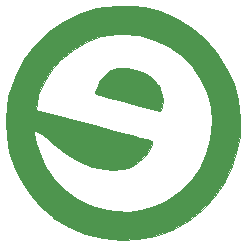
<source format=gbr>
%TF.GenerationSoftware,KiCad,Pcbnew,(5.1.8)-1*%
%TF.CreationDate,2021-12-10T09:03:27+01:00*%
%TF.ProjectId,FirePlaceFrontwall,46697265-506c-4616-9365-46726f6e7477,rev?*%
%TF.SameCoordinates,Original*%
%TF.FileFunction,Legend,Bot*%
%TF.FilePolarity,Positive*%
%FSLAX46Y46*%
G04 Gerber Fmt 4.6, Leading zero omitted, Abs format (unit mm)*
G04 Created by KiCad (PCBNEW (5.1.8)-1) date 2021-12-10 09:03:27*
%MOMM*%
%LPD*%
G01*
G04 APERTURE LIST*
%ADD10C,0.010000*%
G04 APERTURE END LIST*
D10*
%TO.C,G\u002A\u002A\u002A*%
G36*
X59064897Y-34356119D02*
G01*
X58480958Y-34575475D01*
X57939778Y-35005883D01*
X57489866Y-35604460D01*
X57351005Y-35871220D01*
X57195627Y-36223522D01*
X57103333Y-36466370D01*
X57091140Y-36534072D01*
X57217808Y-36574725D01*
X57554167Y-36670385D01*
X58064333Y-36811186D01*
X58712422Y-36987261D01*
X59462550Y-37188744D01*
X59784661Y-37274648D01*
X60574535Y-37485376D01*
X61285190Y-37675923D01*
X61878625Y-37836020D01*
X62316835Y-37955402D01*
X62561818Y-38023800D01*
X62596151Y-38034223D01*
X62724582Y-37962659D01*
X62827874Y-37714104D01*
X62831065Y-37700039D01*
X62865880Y-37089000D01*
X62749070Y-36428471D01*
X62505906Y-35851239D01*
X62467884Y-35791554D01*
X61981907Y-35265798D01*
X61323076Y-34827939D01*
X60566213Y-34509539D01*
X59786138Y-34342156D01*
X59064897Y-34356119D01*
G37*
X59064897Y-34356119D02*
X58480958Y-34575475D01*
X57939778Y-35005883D01*
X57489866Y-35604460D01*
X57351005Y-35871220D01*
X57195627Y-36223522D01*
X57103333Y-36466370D01*
X57091140Y-36534072D01*
X57217808Y-36574725D01*
X57554167Y-36670385D01*
X58064333Y-36811186D01*
X58712422Y-36987261D01*
X59462550Y-37188744D01*
X59784661Y-37274648D01*
X60574535Y-37485376D01*
X61285190Y-37675923D01*
X61878625Y-37836020D01*
X62316835Y-37955402D01*
X62561818Y-38023800D01*
X62596151Y-38034223D01*
X62724582Y-37962659D01*
X62827874Y-37714104D01*
X62831065Y-37700039D01*
X62865880Y-37089000D01*
X62749070Y-36428471D01*
X62505906Y-35851239D01*
X62467884Y-35791554D01*
X61981907Y-35265798D01*
X61323076Y-34827939D01*
X60566213Y-34509539D01*
X59786138Y-34342156D01*
X59064897Y-34356119D01*
G36*
X57952978Y-29195182D02*
G01*
X57238900Y-29326708D01*
X55770699Y-29800806D01*
X54402319Y-30489177D01*
X53157310Y-31369254D01*
X52059220Y-32418467D01*
X51131597Y-33614246D01*
X50397990Y-34934022D01*
X49881948Y-36355227D01*
X49873748Y-36385500D01*
X49649564Y-37589120D01*
X49578097Y-38900441D01*
X49654735Y-40238546D01*
X49874862Y-41522517D01*
X50231934Y-42666662D01*
X50830916Y-43877947D01*
X51615768Y-45047793D01*
X52533427Y-46107351D01*
X53530827Y-46987775D01*
X53604760Y-47042753D01*
X54879699Y-47825931D01*
X56282728Y-48412284D01*
X57767670Y-48789775D01*
X59288346Y-48946368D01*
X60674452Y-48885555D01*
X62208139Y-48581844D01*
X63643518Y-48055317D01*
X64962522Y-47324151D01*
X66147085Y-46406522D01*
X67179141Y-45320606D01*
X68040624Y-44084579D01*
X68713468Y-42716619D01*
X69179607Y-41234900D01*
X69374076Y-40132880D01*
X69420535Y-38989000D01*
X67005328Y-38989000D01*
X66888001Y-40375376D01*
X66541449Y-41676257D01*
X65980265Y-42870356D01*
X65219041Y-43936386D01*
X64272370Y-44853061D01*
X63154846Y-45599092D01*
X62162606Y-46053126D01*
X61036018Y-46400775D01*
X59968923Y-46555316D01*
X58866648Y-46525508D01*
X58154947Y-46423838D01*
X56840721Y-46065415D01*
X55636657Y-45489584D01*
X54564555Y-44717070D01*
X53646217Y-43768602D01*
X52903446Y-42664905D01*
X52358043Y-41426708D01*
X52155870Y-40720531D01*
X52059483Y-40296775D01*
X51992259Y-39972584D01*
X51970278Y-39832482D01*
X52054754Y-39743903D01*
X52286722Y-39803401D01*
X52625208Y-39988768D01*
X53029238Y-40277796D01*
X53433863Y-40625734D01*
X54567069Y-41568544D01*
X55693941Y-42265785D01*
X56830676Y-42724888D01*
X57993469Y-42953284D01*
X58572400Y-42983197D01*
X59459030Y-42927102D01*
X60179613Y-42730016D01*
X60793329Y-42368372D01*
X61285042Y-41903036D01*
X61606956Y-41498741D01*
X61850282Y-41105559D01*
X61985487Y-40780656D01*
X61983035Y-40581195D01*
X61973768Y-40570034D01*
X61846475Y-40529359D01*
X61500143Y-40430173D01*
X60961076Y-40279717D01*
X60255579Y-40085230D01*
X59409953Y-39853954D01*
X58450504Y-39593128D01*
X57403535Y-39309993D01*
X57046337Y-39213711D01*
X52158900Y-37897383D01*
X52185065Y-37342336D01*
X52308545Y-36688322D01*
X52602732Y-35938062D01*
X53036215Y-35149143D01*
X53577581Y-34379149D01*
X54161126Y-33719703D01*
X55230748Y-32812086D01*
X56387755Y-32142671D01*
X57636832Y-31709502D01*
X58982664Y-31510622D01*
X59484800Y-31495999D01*
X60859027Y-31616624D01*
X62151197Y-31967972D01*
X63340466Y-32534251D01*
X64405991Y-33299672D01*
X65326927Y-34248442D01*
X66082431Y-35364772D01*
X66651659Y-36632869D01*
X66777061Y-37020500D01*
X66934234Y-37801613D01*
X67002805Y-38765597D01*
X67005328Y-38989000D01*
X69420535Y-38989000D01*
X69435891Y-38610916D01*
X69258873Y-37122879D01*
X68857935Y-35691322D01*
X68247990Y-34338798D01*
X67443952Y-33087861D01*
X66460732Y-31961063D01*
X65313244Y-30980958D01*
X64016401Y-30170098D01*
X62585115Y-29551037D01*
X62318900Y-29463146D01*
X61346940Y-29239337D01*
X60233848Y-29118423D01*
X59071802Y-29102879D01*
X57952978Y-29195182D01*
G37*
X57952978Y-29195182D02*
X57238900Y-29326708D01*
X55770699Y-29800806D01*
X54402319Y-30489177D01*
X53157310Y-31369254D01*
X52059220Y-32418467D01*
X51131597Y-33614246D01*
X50397990Y-34934022D01*
X49881948Y-36355227D01*
X49873748Y-36385500D01*
X49649564Y-37589120D01*
X49578097Y-38900441D01*
X49654735Y-40238546D01*
X49874862Y-41522517D01*
X50231934Y-42666662D01*
X50830916Y-43877947D01*
X51615768Y-45047793D01*
X52533427Y-46107351D01*
X53530827Y-46987775D01*
X53604760Y-47042753D01*
X54879699Y-47825931D01*
X56282728Y-48412284D01*
X57767670Y-48789775D01*
X59288346Y-48946368D01*
X60674452Y-48885555D01*
X62208139Y-48581844D01*
X63643518Y-48055317D01*
X64962522Y-47324151D01*
X66147085Y-46406522D01*
X67179141Y-45320606D01*
X68040624Y-44084579D01*
X68713468Y-42716619D01*
X69179607Y-41234900D01*
X69374076Y-40132880D01*
X69420535Y-38989000D01*
X67005328Y-38989000D01*
X66888001Y-40375376D01*
X66541449Y-41676257D01*
X65980265Y-42870356D01*
X65219041Y-43936386D01*
X64272370Y-44853061D01*
X63154846Y-45599092D01*
X62162606Y-46053126D01*
X61036018Y-46400775D01*
X59968923Y-46555316D01*
X58866648Y-46525508D01*
X58154947Y-46423838D01*
X56840721Y-46065415D01*
X55636657Y-45489584D01*
X54564555Y-44717070D01*
X53646217Y-43768602D01*
X52903446Y-42664905D01*
X52358043Y-41426708D01*
X52155870Y-40720531D01*
X52059483Y-40296775D01*
X51992259Y-39972584D01*
X51970278Y-39832482D01*
X52054754Y-39743903D01*
X52286722Y-39803401D01*
X52625208Y-39988768D01*
X53029238Y-40277796D01*
X53433863Y-40625734D01*
X54567069Y-41568544D01*
X55693941Y-42265785D01*
X56830676Y-42724888D01*
X57993469Y-42953284D01*
X58572400Y-42983197D01*
X59459030Y-42927102D01*
X60179613Y-42730016D01*
X60793329Y-42368372D01*
X61285042Y-41903036D01*
X61606956Y-41498741D01*
X61850282Y-41105559D01*
X61985487Y-40780656D01*
X61983035Y-40581195D01*
X61973768Y-40570034D01*
X61846475Y-40529359D01*
X61500143Y-40430173D01*
X60961076Y-40279717D01*
X60255579Y-40085230D01*
X59409953Y-39853954D01*
X58450504Y-39593128D01*
X57403535Y-39309993D01*
X57046337Y-39213711D01*
X52158900Y-37897383D01*
X52185065Y-37342336D01*
X52308545Y-36688322D01*
X52602732Y-35938062D01*
X53036215Y-35149143D01*
X53577581Y-34379149D01*
X54161126Y-33719703D01*
X55230748Y-32812086D01*
X56387755Y-32142671D01*
X57636832Y-31709502D01*
X58982664Y-31510622D01*
X59484800Y-31495999D01*
X60859027Y-31616624D01*
X62151197Y-31967972D01*
X63340466Y-32534251D01*
X64405991Y-33299672D01*
X65326927Y-34248442D01*
X66082431Y-35364772D01*
X66651659Y-36632869D01*
X66777061Y-37020500D01*
X66934234Y-37801613D01*
X67002805Y-38765597D01*
X67005328Y-38989000D01*
X69420535Y-38989000D01*
X69435891Y-38610916D01*
X69258873Y-37122879D01*
X68857935Y-35691322D01*
X68247990Y-34338798D01*
X67443952Y-33087861D01*
X66460732Y-31961063D01*
X65313244Y-30980958D01*
X64016401Y-30170098D01*
X62585115Y-29551037D01*
X62318900Y-29463146D01*
X61346940Y-29239337D01*
X60233848Y-29118423D01*
X59071802Y-29102879D01*
X57952978Y-29195182D01*
%TD*%
M02*

</source>
